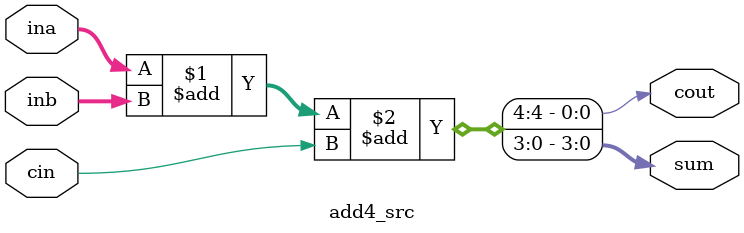
<source format=v>
`timescale 1ns / 1ps  //·ÂÕæÊ±¼ä£¬·ÂÕæ¾«¶È


module add4_src(
input [3:0]ina,
input [3:0]inb,
input cin,
output [3:0]sum,
output cout
    );
 
 assign {cout,sum}=ina+inb+cin;
endmodule

</source>
